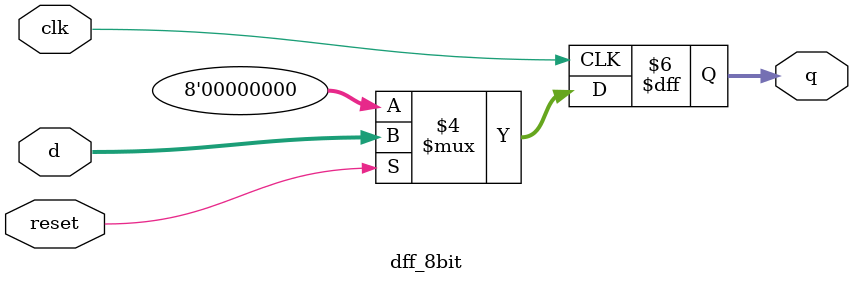
<source format=v>
module dff_8bit (
    input clk,
    input reset,            // Synchronous reset
    input [7:0] d,
    output reg [7:0] q
);
    always@(posedge clk)begin
        if(!reset)
            q <= 0;
        else 
            q <= d;
    end

endmodule
</source>
